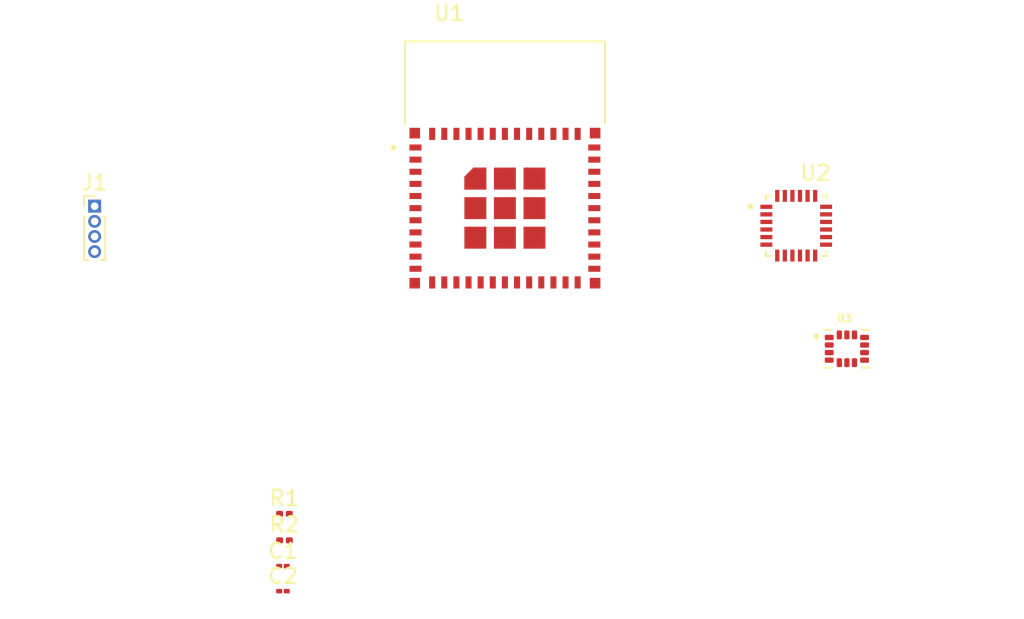
<source format=kicad_pcb>
(kicad_pcb (version 20221018) (generator pcbnew)
  (layers (0 "F.Cu" signal) (31 "B.Cu" signal) (34 "B.Paste" user) (35 "F.Paste" user) (36 "B.SilkS" user "B.Silkscreen") (37 "F.SilkS" user "F.Silkscreen") (38 "B.Mask" user) (39 "F.Mask" user) (44 "Edge.Cuts" user))
  (net 0 "")
  (net 1 "+3.3V")
  (net 2 "GND")
  (net 11 "RX")
  (net 14 "TX")
  (net 15 "SCL")
  (net 23 "SDA")
  (net 34 "Net-(U2-NC-Pad14)")
  (footprint "mpu:QFN50P400X400X95-24N" (layer "F.Cu") (at 107.25 64.79)
    (fp_text reference "U2" (at 1.27 -3.4925) (layer "F.SilkS"))
    (fp_text value "MPU-6050")
    (fp_line (start -2 -2) (end -2 -1.705) (stroke (width 0.127)) (layer "F.SilkS"))
    (fp_line (start -2 -2) (end -1.705 -2) (stroke (width 0.127)) (layer "F.SilkS"))
    (fp_line (start -2 2) (end -2 1.705) (stroke (width 0.127)) (layer "F.SilkS"))
    (fp_line (start -2 2) (end -1.705 2) (stroke (width 0.127)) (layer "F.SilkS"))
    (fp_line (start 2 -2) (end 1.705 -2) (stroke (width 0.127)) (layer "F.SilkS"))
    (fp_line (start 2 -2) (end 2 -1.705) (stroke (width 0.127)) (layer "F.SilkS"))
    (fp_line (start 2 2) (end 1.705 2) (stroke (width 0.127)) (layer "F.SilkS"))
    (fp_line (start 2 2) (end 2 1.705) (stroke (width 0.127)) (layer "F.SilkS"))
    (fp_circle (center -3 -1.25) (end -2.9 -1.25) (stroke (width 0.2)) (fill none) (layer "F.SilkS"))
    (pad "1" smd rect (at -1.97 -1.25) (size 0.79 0.28) (layers "F.Cu" "F.Paste" "F.Mask"))
    (pad "2" smd rect (at -1.97 -0.75) (size 0.79 0.28) (layers "F.Cu" "F.Paste" "F.Mask") (net 34 "Net-(U2-NC-Pad14)"))
    (pad "3" smd rect (at -1.97 -0.25) (size 0.79 0.28) (layers "F.Cu" "F.Paste" "F.Mask") (net 34 "Net-(U2-NC-Pad14)"))
    (pad "4" smd rect (at -1.97 0.25) (size 0.79 0.28) (layers "F.Cu" "F.Paste" "F.Mask") (net 34 "Net-(U2-NC-Pad14)"))
    (pad "5" smd rect (at -1.97 0.75) (size 0.79 0.28) (layers "F.Cu" "F.Paste" "F.Mask") (net 34 "Net-(U2-NC-Pad14)"))
    (pad "6" smd rect (at -1.97 1.25) (size 0.79 0.28) (layers "F.Cu" "F.Paste" "F.Mask"))
    (pad "7" smd rect (at -1.25 1.97) (size 0.28 0.79) (layers "F.Cu" "F.Paste" "F.Mask"))
    (pad "8" smd rect (at -0.75 1.97) (size 0.28 0.79) (layers "F.Cu" "F.Paste" "F.Mask"))
    (pad "9" smd rect (at -0.25 1.97) (size 0.28 0.79) (layers "F.Cu" "F.Paste" "F.Mask"))
    (pad "10" smd rect (at 0.25 1.97) (size 0.28 0.79) (layers "F.Cu" "F.Paste" "F.Mask"))
    (pad "11" smd rect (at 0.75 1.97) (size 0.28 0.79) (layers "F.Cu" "F.Paste" "F.Mask"))
    (pad "12" smd rect (at 1.25 1.97) (size 0.28 0.79) (layers "F.Cu" "F.Paste" "F.Mask"))
    (pad "13" smd rect (at 1.97 1.25) (size 0.79 0.28) (layers "F.Cu" "F.Paste" "F.Mask"))
    (pad "14" smd rect (at 1.97 0.75) (size 0.79 0.28) (layers "F.Cu" "F.Paste" "F.Mask") (net 34 "Net-(U2-NC-Pad14)"))
    (pad "15" smd rect (at 1.97 0.25) (size 0.79 0.28) (layers "F.Cu" "F.Paste" "F.Mask") (net 34 "Net-(U2-NC-Pad14)"))
    (pad "16" smd rect (at 1.97 -0.25) (size 0.79 0.28) (layers "F.Cu" "F.Paste" "F.Mask") (net 34 "Net-(U2-NC-Pad14)"))
    (pad "17" smd rect (at 1.97 -0.75) (size 0.79 0.28) (layers "F.Cu" "F.Paste" "F.Mask") (net 34 "Net-(U2-NC-Pad14)"))
    (pad "18" smd rect (at 1.97 -1.25) (size 0.79 0.28) (layers "F.Cu" "F.Paste" "F.Mask"))
    (pad "19" smd rect (at 1.25 -1.97) (size 0.28 0.79) (layers "F.Cu" "F.Paste" "F.Mask"))
    (pad "20" smd rect (at 0.75 -1.97) (size 0.28 0.79) (layers "F.Cu" "F.Paste" "F.Mask"))
    (pad "21" smd rect (at 0.25 -1.97) (size 0.28 0.79) (layers "F.Cu" "F.Paste" "F.Mask"))
    (pad "22" smd rect (at -0.25 -1.97) (size 0.28 0.79) (layers "F.Cu" "F.Paste" "F.Mask"))
    (pad "23" smd rect (at -0.75 -1.97) (size 0.28 0.79) (layers "F.Cu" "F.Paste" "F.Mask"))
    (pad "24" smd rect (at -1.25 -1.97) (size 0.28 0.79) (layers "F.Cu" "F.Paste" "F.Mask"))
  )
  (footprint "ICM:PQFN50P300X250X97-14N" (layer "F.Cu") (at 110.595 72.91)
    (fp_text reference "U3" (at -0.176 -2.0048) (layer "F.SilkS") (effects (font (size 0.48 0.48) (thickness 0.12))))
    (fp_text value "ICM-42688-P")
    (fp_line (start -1.5 -1.25) (end -0.99 -1.25) (stroke (width 0.127)) (layer "F.SilkS"))
    (fp_line (start -1.5 1.25) (end -0.99 1.25) (stroke (width 0.127)) (layer "F.SilkS"))
    (fp_line (start 0.99 -1.25) (end 1.5 -1.25) (stroke (width 0.127)) (layer "F.SilkS"))
    (fp_line (start 1.5 1.25) (end 0.99 1.25) (stroke (width 0.127)) (layer "F.SilkS"))
    (fp_circle (center -2 -0.8) (end -1.9 -0.8) (stroke (width 0.2)) (fill none) (layer "F.SilkS"))
    (pad "1" smd roundrect (at -1.165 -0.75) (size 0.59 0.35) (layers "F.Cu" "F.Paste"))
    (pad "2" smd roundrect (at -1.165 -0.25) (size 0.59 0.35) (layers "F.Cu" "F.Paste"))
    (pad "3" smd roundrect (at -1.165 0.25) (size 0.59 0.35) (layers "F.Cu" "F.Paste"))
    (pad "4" smd roundrect (at -1.165 0.75) (size 0.59 0.35) (layers "F.Cu" "F.Paste"))
    (pad "5" smd roundrect (at -0.5 0.915 90) (size 0.59 0.35) (layers "F.Cu" "F.Paste"))
    (pad "6" smd roundrect (at 0 0.915 90) (size 0.59 0.35) (layers "F.Cu" "F.Paste"))
    (pad "7" smd roundrect (at 0.5 0.915 90) (size 0.59 0.35) (layers "F.Cu" "F.Paste"))
    (pad "8" smd roundrect (at 1.165 0.75 180) (size 0.59 0.35) (layers "F.Cu" "F.Paste"))
    (pad "9" smd roundrect (at 1.165 0.25 180) (size 0.59 0.35) (layers "F.Cu" "F.Paste"))
    (pad "10" smd roundrect (at 1.165 -0.25 180) (size 0.59 0.35) (layers "F.Cu" "F.Paste"))
    (pad "11" smd roundrect (at 1.165 -0.75 180) (size 0.59 0.35) (layers "F.Cu" "F.Paste"))
    (pad "12" smd roundrect (at 0.5 -0.915 270) (size 0.59 0.35) (layers "F.Cu" "F.Paste"))
    (pad "13" smd roundrect (at 0 -0.915 270) (size 0.59 0.35) (layers "F.Cu" "F.Paste"))
    (pad "14" smd roundrect (at -0.5 -0.915 270) (size 0.59 0.35) (layers "F.Cu" "F.Paste"))
  )
  (footprint "Capacitor_SMD:C_01005_0402Metric" (layer "F.Cu") (at 73.385 88.9)
    (fp_text reference "C2" (at 0 -1) (layer "F.SilkS"))
    (fp_text value "0.1uF")
    (pad "1" smd roundrect (at -0.25 0) (size 0.4 0.3) (layers "F.Cu" "F.Mask") (net 1 "+3.3V"))
    (pad "2" smd roundrect (at 0.25 0) (size 0.4 0.3) (layers "F.Cu" "F.Mask") (net 2 "GND"))
  )
  (footprint "Capacitor_SMD:C_01005_0402Metric" (layer "F.Cu") (at 73.385 87.25)
    (fp_text reference "C1" (at 0 -1) (layer "F.SilkS"))
    (fp_text value "10uF")
    (pad "1" smd roundrect (at -0.25 0) (size 0.4 0.3) (layers "F.Cu" "F.Mask") (net 1 "+3.3V"))
    (pad "2" smd roundrect (at 0.25 0) (size 0.4 0.3) (layers "F.Cu" "F.Mask") (net 2 "GND"))
  )
  (footprint "esp 32:MODULE_ESP32-PICO-MINI-02" (layer "F.Cu") (at 88.03 63.63)
    (fp_text reference "U1" (at -3.675 -12.885) (layer "F.SilkS"))
    (fp_text value "ESP32-PICO-MINI-02")
    (fp_line (start -6.6 -11) (end 6.6 -11) (stroke (width 0.127)) (layer "F.SilkS"))
    (fp_line (start -6.6 -5.6) (end -6.6 -11) (stroke (width 0.127)) (layer "F.SilkS"))
    (fp_line (start 6.6 -11) (end 6.6 -5.6) (stroke (width 0.127)) (layer "F.SilkS"))
    (fp_circle (center -7.35 -4) (end -7.25 -4) (stroke (width 0.2)) (fill none) (layer "F.SilkS"))
    (pad "1" smd rect (at -5.9 -4) (size 0.8 0.4) (layers "F.Cu" "F.Paste" "F.Mask") (net 2 "GND"))
    (pad "2" smd rect (at -5.9 -3.2) (size 0.8 0.4) (layers "F.Cu" "F.Paste" "F.Mask") (net 2 "GND"))
    (pad "3" smd rect (at -5.9 -2.4) (size 0.8 0.4) (layers "F.Cu" "F.Paste" "F.Mask") (net 1 "+3.3V"))
    (pad "4" smd rect (at -5.9 -1.6) (size 0.8 0.4) (layers "F.Cu" "F.Paste" "F.Mask"))
    (pad "5" smd rect (at -5.9 -0.8) (size 0.8 0.4) (layers "F.Cu" "F.Paste" "F.Mask"))
    (pad "6" smd rect (at -5.9 0) (size 0.8 0.4) (layers "F.Cu" "F.Paste" "F.Mask"))
    (pad "7" smd rect (at -5.9 0.8) (size 0.8 0.4) (layers "F.Cu" "F.Paste" "F.Mask"))
    (pad "8" smd rect (at -5.9 1.6) (size 0.8 0.4) (layers "F.Cu" "F.Paste" "F.Mask"))
    (pad "9" smd rect (at -5.9 2.4) (size 0.8 0.4) (layers "F.Cu" "F.Paste" "F.Mask"))
    (pad "10" smd rect (at -5.9 3.2) (size 0.8 0.4) (layers "F.Cu" "F.Paste" "F.Mask"))
    (pad "11" smd rect (at -5.9 4) (size 0.8 0.4) (layers "F.Cu" "F.Paste" "F.Mask") (net 2 "GND"))
    (pad "12" smd rect (at -4.8 4.9) (size 0.4 0.8) (layers "F.Cu" "F.Paste" "F.Mask"))
    (pad "13" smd rect (at -4 4.9) (size 0.4 0.8) (layers "F.Cu" "F.Paste" "F.Mask"))
    (pad "14" smd rect (at -3.2 4.9) (size 0.4 0.8) (layers "F.Cu" "F.Paste" "F.Mask") (net 2 "GND"))
    (pad "15" smd rect (at -2.4 4.9) (size 0.4 0.8) (layers "F.Cu" "F.Paste" "F.Mask") (net 15 "SCL"))
    (pad "16" smd rect (at -1.6 4.9) (size 0.4 0.8) (layers "F.Cu" "F.Paste" "F.Mask"))
    (pad "17" smd rect (at -0.8 4.9) (size 0.4 0.8) (layers "F.Cu" "F.Paste" "F.Mask"))
    (pad "18" smd rect (at 0 4.9) (size 0.4 0.8) (layers "F.Cu" "F.Paste" "F.Mask"))
    (pad "19" smd rect (at 0.8 4.9) (size 0.4 0.8) (layers "F.Cu" "F.Paste" "F.Mask"))
    (pad "20" smd rect (at 1.6 4.9) (size 0.4 0.8) (layers "F.Cu" "F.Paste" "F.Mask"))
    (pad "21" smd rect (at 2.4 4.9) (size 0.4 0.8) (layers "F.Cu" "F.Paste" "F.Mask"))
    (pad "22" smd rect (at 3.2 4.9) (size 0.4 0.8) (layers "F.Cu" "F.Paste" "F.Mask"))
    (pad "23" smd rect (at 4 4.9) (size 0.4 0.8) (layers "F.Cu" "F.Paste" "F.Mask"))
    (pad "24" smd rect (at 4.8 4.9) (size 0.4 0.8) (layers "F.Cu" "F.Paste" "F.Mask"))
    (pad "25" smd rect (at 5.9 4) (size 0.8 0.4) (layers "F.Cu" "F.Paste" "F.Mask"))
    (pad "26" smd rect (at 5.9 3.2) (size 0.8 0.4) (layers "F.Cu" "F.Paste" "F.Mask"))
    (pad "27" smd rect (at 5.9 2.4) (size 0.8 0.4) (layers "F.Cu" "F.Paste" "F.Mask"))
    (pad "28" smd rect (at 5.9 1.6) (size 0.8 0.4) (layers "F.Cu" "F.Paste" "F.Mask"))
    (pad "29" smd rect (at 5.9 0.8) (size 0.8 0.4) (layers "F.Cu" "F.Paste" "F.Mask"))
    (pad "30" smd rect (at 5.9 0) (size 0.8 0.4) (layers "F.Cu" "F.Paste" "F.Mask") (net 11 "RX"))
    (pad "31" smd rect (at 5.9 -0.8) (size 0.8 0.4) (layers "F.Cu" "F.Paste" "F.Mask") (net 14 "TX"))
    (pad "32" smd rect (at 5.9 -1.6) (size 0.8 0.4) (layers "F.Cu" "F.Paste" "F.Mask"))
    (pad "33" smd rect (at 5.9 -2.4) (size 0.8 0.4) (layers "F.Cu" "F.Paste" "F.Mask"))
    (pad "34" smd rect (at 5.9 -3.2) (size 0.8 0.4) (layers "F.Cu" "F.Paste" "F.Mask") (net 23 "SDA"))
    (pad "35" smd rect (at 5.9 -4) (size 0.8 0.4) (layers "F.Cu" "F.Paste" "F.Mask"))
    (pad "36" smd rect (at 4.8 -4.9) (size 0.4 0.8) (layers "F.Cu" "F.Paste" "F.Mask") (net 2 "GND"))
    (pad "37" smd rect (at 4 -4.9) (size 0.4 0.8) (layers "F.Cu" "F.Paste" "F.Mask") (net 2 "GND"))
    (pad "38" smd rect (at 3.2 -4.9) (size 0.4 0.8) (layers "F.Cu" "F.Paste" "F.Mask") (net 2 "GND"))
    (pad "39" smd rect (at 2.4 -4.9) (size 0.4 0.8) (layers "F.Cu" "F.Paste" "F.Mask") (net 2 "GND"))
    (pad "40" smd rect (at 1.6 -4.9) (size 0.4 0.8) (layers "F.Cu" "F.Paste" "F.Mask") (net 2 "GND"))
    (pad "41" smd rect (at 0.8 -4.9) (size 0.4 0.8) (layers "F.Cu" "F.Paste" "F.Mask") (net 2 "GND"))
    (pad "42" smd rect (at 0 -4.9) (size 0.4 0.8) (layers "F.Cu" "F.Paste" "F.Mask") (net 2 "GND"))
    (pad "43" smd rect (at -0.8 -4.9) (size 0.4 0.8) (layers "F.Cu" "F.Paste" "F.Mask") (net 2 "GND"))
    (pad "44" smd rect (at -1.6 -4.9) (size 0.4 0.8) (layers "F.Cu" "F.Paste" "F.Mask") (net 2 "GND"))
    (pad "45" smd rect (at -2.4 -4.9) (size 0.4 0.8) (layers "F.Cu" "F.Paste" "F.Mask") (net 2 "GND"))
    (pad "46" smd rect (at -3.2 -4.9) (size 0.4 0.8) (layers "F.Cu" "F.Paste" "F.Mask") (net 2 "GND"))
    (pad "47" smd rect (at -4 -4.9) (size 0.4 0.8) (layers "F.Cu" "F.Paste" "F.Mask") (net 2 "GND"))
    (pad "48" smd rect (at -4.8 -4.9) (size 0.4 0.8) (layers "F.Cu" "F.Paste" "F.Mask") (net 2 "GND"))
    (pad "49" smd rect (at 0 0) (size 1.45 1.45) (layers "F.Cu" "F.Paste" "F.Mask") (net 2 "GND"))
    (pad "50" smd rect (at 5.95 -4.95) (size 0.7 0.7) (layers "F.Cu" "F.Paste" "F.Mask") (net 2 "GND"))
    (pad "51" smd rect (at 5.95 4.95) (size 0.7 0.7) (layers "F.Cu" "F.Paste" "F.Mask") (net 2 "GND"))
    (pad "52" smd rect (at -5.95 4.95) (size 0.7 0.7) (layers "F.Cu" "F.Paste" "F.Mask") (net 2 "GND"))
    (pad "53" smd rect (at -5.95 -4.95) (size 0.7 0.7) (layers "F.Cu" "F.Paste" "F.Mask") (net 2 "GND"))
    (pad "54" smd rect (at -1.95 0) (size 1.45 1.45) (layers "F.Cu" "F.Paste" "F.Mask") (net 2 "GND"))
    (pad "55" smd rect (at -1.95 1.95) (size 1.45 1.45) (layers "F.Cu" "F.Paste" "F.Mask") (net 2 "GND"))
    (pad "56" smd rect (at 0 1.95) (size 1.45 1.45) (layers "F.Cu" "F.Paste" "F.Mask") (net 2 "GND"))
    (pad "57" smd rect (at 1.95 1.95) (size 1.45 1.45) (layers "F.Cu" "F.Paste" "F.Mask") (net 2 "GND"))
    (pad "58" smd rect (at 1.95 0) (size 1.45 1.45) (layers "F.Cu" "F.Paste" "F.Mask") (net 2 "GND"))
    (pad "59" smd rect (at 1.95 -1.95) (size 1.45 1.45) (layers "F.Cu" "F.Paste" "F.Mask") (net 2 "GND"))
    (pad "60" smd rect (at 0 -1.95) (size 1.45 1.45) (layers "F.Cu" "F.Paste" "F.Mask") (net 2 "GND"))
    (pad "61" smd custom (at -1.95 -1.95) (size 0.5 0.5) (layers "F.Cu") (net 2 "GND") (options (clearance outline) (anchor rect)) (primitives (gr_poly (pts (xy 0.725 0.725) (xy 0.725 -0.725) (xy -0.125 -0.725) (xy -0.725 -0.125) (xy -0.725 0.725)) (width 0.01) (fill yes))))
  )
  (footprint "Connector_PinHeader_1.00mm:PinHeader_1x04_P1.00mm_Vertical" (layer "F.Cu") (at 60.96 63.5)
    (fp_text reference "J1" (at 0 -1.56) (layer "F.SilkS"))
    (fp_text value "Conn_01x04_Pin")
    (fp_line (start -0.695 -0.685) (end 0 -0.685) (stroke (width 0.12)) (layer "F.SilkS"))
    (fp_line (start -0.695 0) (end -0.695 -0.685) (stroke (width 0.12)) (layer "F.SilkS"))
    (fp_line (start -0.695 0.685) (end -0.695 3.56) (stroke (width 0.12)) (layer "F.SilkS"))
    (fp_line (start -0.695 0.685) (end -0.608276 0.685) (stroke (width 0.12)) (layer "F.SilkS"))
    (fp_line (start -0.695 3.56) (end -0.394493 3.56) (stroke (width 0.12)) (layer "F.SilkS"))
    (fp_line (start 0.394493 3.56) (end 0.695 3.56) (stroke (width 0.12)) (layer "F.SilkS"))
    (fp_line (start 0.608276 0.685) (end 0.695 0.685) (stroke (width 0.12)) (layer "F.SilkS"))
    (fp_line (start 0.695 0.685) (end 0.695 3.56) (stroke (width 0.12)) (layer "F.SilkS"))
    (pad "1" thru_hole rect (at 0 0) (size 0.85 0.85) (drill 0.5) (layers "*.Cu" "*.Mask") (net 1 "+3.3V"))
    (pad "2" thru_hole oval (at 0 1) (size 0.85 0.85) (drill 0.5) (layers "*.Cu" "*.Mask") (net 11 "RX"))
    (pad "3" thru_hole oval (at 0 2) (size 0.85 0.85) (drill 0.5) (layers "*.Cu" "*.Mask") (net 14 "TX"))
    (pad "4" thru_hole oval (at 0 3) (size 0.85 0.85) (drill 0.5) (layers "*.Cu" "*.Mask") (net 2 "GND"))
  )
  (footprint "Resistor_SMD:R_0201_0603Metric" (layer "F.Cu") (at 73.485 85.55)
    (fp_text reference "R2" (at 0 -1.05) (layer "F.SilkS"))
    (fp_text value "4.7k")
    (pad "1" smd roundrect (at -0.32 0) (size 0.46 0.4) (layers "F.Cu" "F.Mask") (net 1 "+3.3V"))
    (pad "2" smd roundrect (at 0.32 0) (size 0.46 0.4) (layers "F.Cu" "F.Mask") (net 23 "SDA"))
  )
  (footprint "Resistor_SMD:R_0201_0603Metric" (layer "F.Cu") (at 73.485 83.8)
    (fp_text reference "R1" (at 0 -1.05) (layer "F.SilkS"))
    (fp_text value "4.7k")
    (pad "1" smd roundrect (at -0.32 0) (size 0.46 0.4) (layers "F.Cu" "F.Mask") (net 1 "+3.3V"))
    (pad "2" smd roundrect (at 0.32 0) (size 0.46 0.4) (layers "F.Cu" "F.Mask") (net 15 "SCL"))
  )
)
</source>
